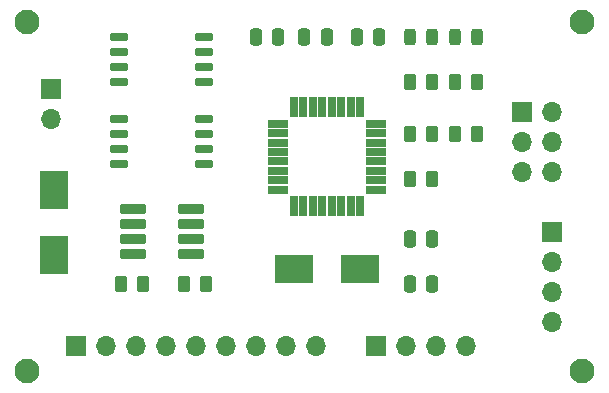
<source format=gts>
%TF.GenerationSoftware,KiCad,Pcbnew,8.0.6*%
%TF.CreationDate,2024-11-27T00:55:28-08:00*%
%TF.ProjectId,Project 3 MCUdatalogger,50726f6a-6563-4742-9033-204d43556461,1*%
%TF.SameCoordinates,Original*%
%TF.FileFunction,Soldermask,Top*%
%TF.FilePolarity,Negative*%
%FSLAX46Y46*%
G04 Gerber Fmt 4.6, Leading zero omitted, Abs format (unit mm)*
G04 Created by KiCad (PCBNEW 8.0.6) date 2024-11-27 00:55:28*
%MOMM*%
%LPD*%
G01*
G04 APERTURE LIST*
G04 Aperture macros list*
%AMRoundRect*
0 Rectangle with rounded corners*
0 $1 Rounding radius*
0 $2 $3 $4 $5 $6 $7 $8 $9 X,Y pos of 4 corners*
0 Add a 4 corners polygon primitive as box body*
4,1,4,$2,$3,$4,$5,$6,$7,$8,$9,$2,$3,0*
0 Add four circle primitives for the rounded corners*
1,1,$1+$1,$2,$3*
1,1,$1+$1,$4,$5*
1,1,$1+$1,$6,$7*
1,1,$1+$1,$8,$9*
0 Add four rect primitives between the rounded corners*
20,1,$1+$1,$2,$3,$4,$5,0*
20,1,$1+$1,$4,$5,$6,$7,0*
20,1,$1+$1,$6,$7,$8,$9,0*
20,1,$1+$1,$8,$9,$2,$3,0*%
G04 Aperture macros list end*
%ADD10R,3.325000X2.400000*%
%ADD11R,2.400000X3.325000*%
%ADD12RoundRect,0.094250X-0.282750X-0.742750X0.282750X-0.742750X0.282750X0.742750X-0.282750X0.742750X0*%
%ADD13RoundRect,0.094250X-0.742750X-0.282750X0.742750X-0.282750X0.742750X0.282750X-0.742750X0.282750X0*%
%ADD14RoundRect,0.150000X-0.650000X-0.150000X0.650000X-0.150000X0.650000X0.150000X-0.650000X0.150000X0*%
%ADD15RoundRect,0.099250X-0.987750X-0.297750X0.987750X-0.297750X0.987750X0.297750X-0.987750X0.297750X0*%
%ADD16RoundRect,0.250000X-0.262500X-0.450000X0.262500X-0.450000X0.262500X0.450000X-0.262500X0.450000X0*%
%ADD17RoundRect,0.250000X0.262500X0.450000X-0.262500X0.450000X-0.262500X-0.450000X0.262500X-0.450000X0*%
%ADD18O,1.700000X1.700000*%
%ADD19R,1.700000X1.700000*%
%ADD20C,2.100000*%
%ADD21RoundRect,0.243750X-0.243750X-0.456250X0.243750X-0.456250X0.243750X0.456250X-0.243750X0.456250X0*%
%ADD22RoundRect,0.250000X-0.250000X-0.475000X0.250000X-0.475000X0.250000X0.475000X-0.250000X0.475000X0*%
%ADD23RoundRect,0.250000X0.250000X0.475000X-0.250000X0.475000X-0.250000X-0.475000X0.250000X-0.475000X0*%
G04 APERTURE END LIST*
D10*
%TO.C,Y2*%
X60737500Y-79375000D03*
X66262500Y-79375000D03*
%TD*%
D11*
%TO.C,Y1*%
X40386000Y-72675500D03*
X40386000Y-78200500D03*
%TD*%
D12*
%TO.C,U4*%
X60700000Y-65680000D03*
X61500000Y-65680000D03*
X62300000Y-65680000D03*
X63100000Y-65680000D03*
X63900000Y-65680000D03*
X64700000Y-65680000D03*
X65500000Y-65680000D03*
X66300000Y-65680000D03*
D13*
X67670000Y-67050000D03*
X67670000Y-67850000D03*
X67670000Y-68650000D03*
X67670000Y-69450000D03*
X67670000Y-70250000D03*
X67670000Y-71050000D03*
X67670000Y-71850000D03*
X67670000Y-72650000D03*
D12*
X66300000Y-74020000D03*
X65500000Y-74020000D03*
X64700000Y-74020000D03*
X63900000Y-74020000D03*
X63100000Y-74020000D03*
X62300000Y-74020000D03*
X61500000Y-74020000D03*
X60700000Y-74020000D03*
D13*
X59330000Y-72650000D03*
X59330000Y-71850000D03*
X59330000Y-71050000D03*
X59330000Y-70250000D03*
X59330000Y-69450000D03*
X59330000Y-68650000D03*
X59330000Y-67850000D03*
X59330000Y-67050000D03*
%TD*%
D14*
%TO.C,U3*%
X53130000Y-59690000D03*
X53130000Y-60960000D03*
X53130000Y-62230000D03*
X53130000Y-63500000D03*
X45930000Y-63500000D03*
X45930000Y-62230000D03*
X45930000Y-60960000D03*
X45930000Y-59690000D03*
%TD*%
D15*
%TO.C,U2*%
X47055000Y-74295000D03*
X47055000Y-75565000D03*
X47055000Y-76835000D03*
X47055000Y-78105000D03*
X52005000Y-78105000D03*
X52005000Y-76835000D03*
X52005000Y-75565000D03*
X52005000Y-74295000D03*
%TD*%
D14*
%TO.C,U1*%
X45930000Y-66675000D03*
X45930000Y-67945000D03*
X45930000Y-69215000D03*
X45930000Y-70485000D03*
X53130000Y-70485000D03*
X53130000Y-69215000D03*
X53130000Y-67945000D03*
X53130000Y-66675000D03*
%TD*%
D16*
%TO.C,R7*%
X72390000Y-63500000D03*
X70565000Y-63500000D03*
%TD*%
%TO.C,R6*%
X76200000Y-67945000D03*
X74375000Y-67945000D03*
%TD*%
D17*
%TO.C,R5*%
X76200000Y-63500000D03*
X74375000Y-63500000D03*
%TD*%
%TO.C,R4*%
X72390000Y-67945000D03*
X70565000Y-67945000D03*
%TD*%
%TO.C,R3*%
X72390000Y-71755000D03*
X70565000Y-71755000D03*
%TD*%
%TO.C,R2*%
X53260000Y-80645000D03*
X51435000Y-80645000D03*
%TD*%
D16*
%TO.C,R1*%
X46077500Y-80645000D03*
X47902500Y-80645000D03*
%TD*%
D18*
%TO.C,J4*%
X82550000Y-71120000D03*
X80010000Y-71120000D03*
X82550000Y-68580000D03*
X80010000Y-68580000D03*
X82550000Y-66040000D03*
D19*
X80010000Y-66040000D03*
%TD*%
%TO.C,J3*%
X67691000Y-85852000D03*
D18*
X70231000Y-85852000D03*
X72771000Y-85852000D03*
X75311000Y-85852000D03*
%TD*%
D19*
%TO.C,J2*%
X42291000Y-85852000D03*
D18*
X44831000Y-85852000D03*
X47371000Y-85852000D03*
X49911000Y-85852000D03*
X52451000Y-85852000D03*
X54991000Y-85852000D03*
X57531000Y-85852000D03*
X60071000Y-85852000D03*
X62611000Y-85852000D03*
%TD*%
%TO.C,J1*%
X82550000Y-83820000D03*
X82550000Y-81280000D03*
X82550000Y-78740000D03*
D19*
X82550000Y-76200000D03*
%TD*%
D20*
%TO.C,H4*%
X85090000Y-88011000D03*
%TD*%
%TO.C,H3*%
X85090000Y-58420000D03*
%TD*%
%TO.C,H2*%
X38100000Y-88011000D03*
%TD*%
%TO.C,H1*%
X38100000Y-58420000D03*
%TD*%
D21*
%TO.C,D2*%
X72415000Y-59690000D03*
X70540000Y-59690000D03*
%TD*%
%TO.C,D1*%
X74350000Y-59690000D03*
X76225000Y-59690000D03*
%TD*%
D22*
%TO.C,C5*%
X67945000Y-59690000D03*
X66045000Y-59690000D03*
%TD*%
D23*
%TO.C,C4*%
X70527500Y-80645000D03*
X72427500Y-80645000D03*
%TD*%
D22*
%TO.C,C3*%
X63500000Y-59690000D03*
X61600000Y-59690000D03*
%TD*%
D23*
%TO.C,C2*%
X70527500Y-76835000D03*
X72427500Y-76835000D03*
%TD*%
D22*
%TO.C,C1*%
X59375000Y-59690000D03*
X57475000Y-59690000D03*
%TD*%
D19*
%TO.C,BT1*%
X40132000Y-64135000D03*
D18*
X40132000Y-66675000D03*
%TD*%
M02*

</source>
